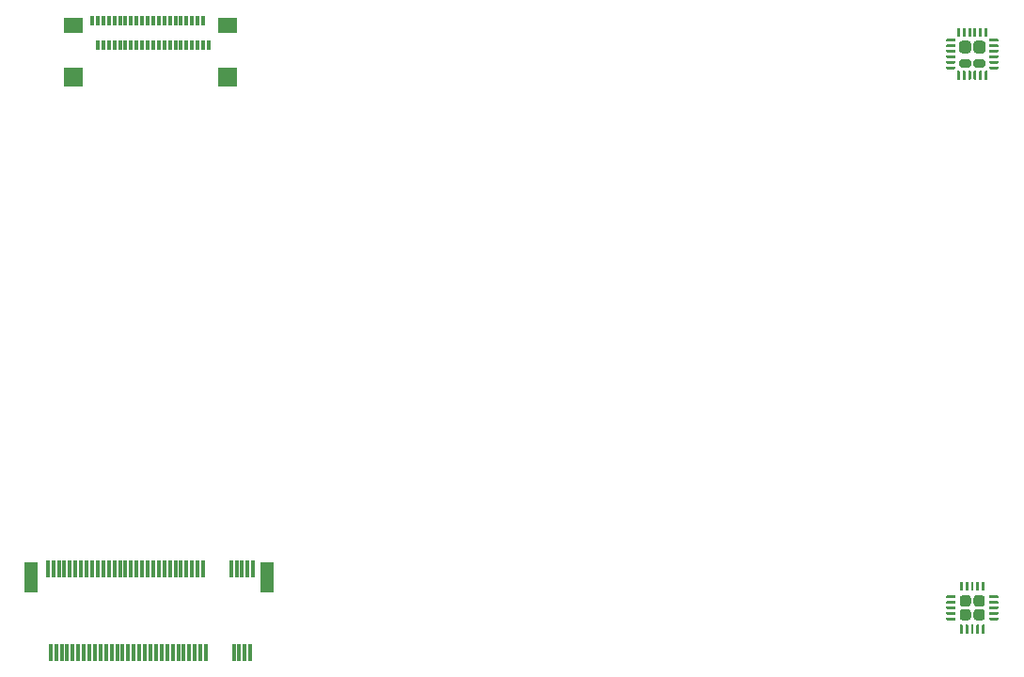
<source format=gbr>
%TF.GenerationSoftware,KiCad,Pcbnew,(5.1.10)-1*%
%TF.CreationDate,2021-08-10T11:04:12+01:00*%
%TF.ProjectId,ocux8stencil,6f637578-3873-4746-956e-63696c2e6b69,rev?*%
%TF.SameCoordinates,Original*%
%TF.FileFunction,Paste,Top*%
%TF.FilePolarity,Positive*%
%FSLAX46Y46*%
G04 Gerber Fmt 4.6, Leading zero omitted, Abs format (unit mm)*
G04 Created by KiCad (PCBNEW (5.1.10)-1) date 2021-08-10 11:04:12*
%MOMM*%
%LPD*%
G01*
G04 APERTURE LIST*
%ADD10R,1.200000X2.750000*%
%ADD11R,0.300000X1.550000*%
%ADD12R,1.810000X1.800000*%
%ADD13R,1.810000X1.380000*%
%ADD14R,0.310000X0.910000*%
G04 APERTURE END LIST*
D10*
%TO.C,J\u002A\u002A*%
X121500000Y-121223000D03*
X100250000Y-121223000D03*
D11*
X120250000Y-120448000D03*
X120000000Y-127998000D03*
X119750000Y-120448000D03*
X119500000Y-127998000D03*
X119250000Y-120448000D03*
X119000000Y-127998000D03*
X118750000Y-120448000D03*
X118500000Y-127998000D03*
X118250000Y-120448000D03*
X116000000Y-127998000D03*
X115750000Y-120448000D03*
X115500000Y-127998000D03*
X115250000Y-120448000D03*
X115000000Y-127998000D03*
X114750000Y-120448000D03*
X114500000Y-127998000D03*
X114250000Y-120448000D03*
X114000000Y-127998000D03*
X113750000Y-120448000D03*
X113500000Y-127998000D03*
X113250000Y-120448000D03*
X113000000Y-127998000D03*
X112750000Y-120448000D03*
X112500000Y-127998000D03*
X112250000Y-120448000D03*
X112000000Y-127998000D03*
X111750000Y-120448000D03*
X111500000Y-127998000D03*
X111250000Y-120448000D03*
X111000000Y-127998000D03*
X110750000Y-120448000D03*
X110500000Y-127998000D03*
X110250000Y-120448000D03*
X110000000Y-127998000D03*
X109750000Y-120448000D03*
X109500000Y-127998000D03*
X109250000Y-120448000D03*
X109000000Y-127998000D03*
X108750000Y-120448000D03*
X108500000Y-127998000D03*
X108250000Y-120448000D03*
X108000000Y-127998000D03*
X107750000Y-120448000D03*
X107500000Y-127998000D03*
X107250000Y-120448000D03*
X107000000Y-127998000D03*
X106750000Y-120448000D03*
X106500000Y-127998000D03*
X106250000Y-120448000D03*
X106000000Y-127998000D03*
X105750000Y-120448000D03*
X105500000Y-127998000D03*
X105250000Y-120448000D03*
X105000000Y-127998000D03*
X104750000Y-120448000D03*
X104500000Y-127998000D03*
X104250000Y-120448000D03*
X104000000Y-127998000D03*
X103750000Y-120448000D03*
X103500000Y-127998000D03*
X103250000Y-120448000D03*
X103000000Y-127998000D03*
X102750000Y-120448000D03*
X102500000Y-127998000D03*
X102250000Y-120448000D03*
X102000000Y-127998000D03*
X101750000Y-120448000D03*
%TD*%
%TO.C,REF\u002A\u002A*%
G36*
G01*
X185120000Y-124880001D02*
X185120000Y-124369999D01*
G75*
G02*
X185369999Y-124120000I249999J0D01*
G01*
X185880001Y-124120000D01*
G75*
G02*
X186130000Y-124369999I0J-249999D01*
G01*
X186130000Y-124880001D01*
G75*
G02*
X185880001Y-125130000I-249999J0D01*
G01*
X185369999Y-125130000D01*
G75*
G02*
X185120000Y-124880001I0J249999D01*
G01*
G37*
G36*
G01*
X185120000Y-123630001D02*
X185120000Y-123119999D01*
G75*
G02*
X185369999Y-122870000I249999J0D01*
G01*
X185880001Y-122870000D01*
G75*
G02*
X186130000Y-123119999I0J-249999D01*
G01*
X186130000Y-123630001D01*
G75*
G02*
X185880001Y-123880000I-249999J0D01*
G01*
X185369999Y-123880000D01*
G75*
G02*
X185120000Y-123630001I0J249999D01*
G01*
G37*
G36*
G01*
X183870000Y-124880001D02*
X183870000Y-124369999D01*
G75*
G02*
X184119999Y-124120000I249999J0D01*
G01*
X184630001Y-124120000D01*
G75*
G02*
X184880000Y-124369999I0J-249999D01*
G01*
X184880000Y-124880001D01*
G75*
G02*
X184630001Y-125130000I-249999J0D01*
G01*
X184119999Y-125130000D01*
G75*
G02*
X183870000Y-124880001I0J249999D01*
G01*
G37*
G36*
G01*
X183870000Y-123630001D02*
X183870000Y-123119999D01*
G75*
G02*
X184119999Y-122870000I249999J0D01*
G01*
X184630001Y-122870000D01*
G75*
G02*
X184880000Y-123119999I0J-249999D01*
G01*
X184880000Y-123630001D01*
G75*
G02*
X184630001Y-123880000I-249999J0D01*
G01*
X184119999Y-123880000D01*
G75*
G02*
X183870000Y-123630001I0J249999D01*
G01*
G37*
G36*
G01*
X183875000Y-122412500D02*
X183875000Y-121712500D01*
G75*
G02*
X183937500Y-121650000I62500J0D01*
G01*
X184062500Y-121650000D01*
G75*
G02*
X184125000Y-121712500I0J-62500D01*
G01*
X184125000Y-122412500D01*
G75*
G02*
X184062500Y-122475000I-62500J0D01*
G01*
X183937500Y-122475000D01*
G75*
G02*
X183875000Y-122412500I0J62500D01*
G01*
G37*
G36*
G01*
X184375000Y-122412500D02*
X184375000Y-121712500D01*
G75*
G02*
X184437500Y-121650000I62500J0D01*
G01*
X184562500Y-121650000D01*
G75*
G02*
X184625000Y-121712500I0J-62500D01*
G01*
X184625000Y-122412500D01*
G75*
G02*
X184562500Y-122475000I-62500J0D01*
G01*
X184437500Y-122475000D01*
G75*
G02*
X184375000Y-122412500I0J62500D01*
G01*
G37*
G36*
G01*
X184875000Y-122412500D02*
X184875000Y-121712500D01*
G75*
G02*
X184937500Y-121650000I62500J0D01*
G01*
X185062500Y-121650000D01*
G75*
G02*
X185125000Y-121712500I0J-62500D01*
G01*
X185125000Y-122412500D01*
G75*
G02*
X185062500Y-122475000I-62500J0D01*
G01*
X184937500Y-122475000D01*
G75*
G02*
X184875000Y-122412500I0J62500D01*
G01*
G37*
G36*
G01*
X185375000Y-122412500D02*
X185375000Y-121712500D01*
G75*
G02*
X185437500Y-121650000I62500J0D01*
G01*
X185562500Y-121650000D01*
G75*
G02*
X185625000Y-121712500I0J-62500D01*
G01*
X185625000Y-122412500D01*
G75*
G02*
X185562500Y-122475000I-62500J0D01*
G01*
X185437500Y-122475000D01*
G75*
G02*
X185375000Y-122412500I0J62500D01*
G01*
G37*
G36*
G01*
X185875000Y-122412500D02*
X185875000Y-121712500D01*
G75*
G02*
X185937500Y-121650000I62500J0D01*
G01*
X186062500Y-121650000D01*
G75*
G02*
X186125000Y-121712500I0J-62500D01*
G01*
X186125000Y-122412500D01*
G75*
G02*
X186062500Y-122475000I-62500J0D01*
G01*
X185937500Y-122475000D01*
G75*
G02*
X185875000Y-122412500I0J62500D01*
G01*
G37*
G36*
G01*
X186525000Y-123062500D02*
X186525000Y-122937500D01*
G75*
G02*
X186587500Y-122875000I62500J0D01*
G01*
X187287500Y-122875000D01*
G75*
G02*
X187350000Y-122937500I0J-62500D01*
G01*
X187350000Y-123062500D01*
G75*
G02*
X187287500Y-123125000I-62500J0D01*
G01*
X186587500Y-123125000D01*
G75*
G02*
X186525000Y-123062500I0J62500D01*
G01*
G37*
G36*
G01*
X186525000Y-123562500D02*
X186525000Y-123437500D01*
G75*
G02*
X186587500Y-123375000I62500J0D01*
G01*
X187287500Y-123375000D01*
G75*
G02*
X187350000Y-123437500I0J-62500D01*
G01*
X187350000Y-123562500D01*
G75*
G02*
X187287500Y-123625000I-62500J0D01*
G01*
X186587500Y-123625000D01*
G75*
G02*
X186525000Y-123562500I0J62500D01*
G01*
G37*
G36*
G01*
X186525000Y-124062500D02*
X186525000Y-123937500D01*
G75*
G02*
X186587500Y-123875000I62500J0D01*
G01*
X187287500Y-123875000D01*
G75*
G02*
X187350000Y-123937500I0J-62500D01*
G01*
X187350000Y-124062500D01*
G75*
G02*
X187287500Y-124125000I-62500J0D01*
G01*
X186587500Y-124125000D01*
G75*
G02*
X186525000Y-124062500I0J62500D01*
G01*
G37*
G36*
G01*
X186525000Y-124562500D02*
X186525000Y-124437500D01*
G75*
G02*
X186587500Y-124375000I62500J0D01*
G01*
X187287500Y-124375000D01*
G75*
G02*
X187350000Y-124437500I0J-62500D01*
G01*
X187350000Y-124562500D01*
G75*
G02*
X187287500Y-124625000I-62500J0D01*
G01*
X186587500Y-124625000D01*
G75*
G02*
X186525000Y-124562500I0J62500D01*
G01*
G37*
G36*
G01*
X186525000Y-125062500D02*
X186525000Y-124937500D01*
G75*
G02*
X186587500Y-124875000I62500J0D01*
G01*
X187287500Y-124875000D01*
G75*
G02*
X187350000Y-124937500I0J-62500D01*
G01*
X187350000Y-125062500D01*
G75*
G02*
X187287500Y-125125000I-62500J0D01*
G01*
X186587500Y-125125000D01*
G75*
G02*
X186525000Y-125062500I0J62500D01*
G01*
G37*
G36*
G01*
X185875000Y-126287500D02*
X185875000Y-125587500D01*
G75*
G02*
X185937500Y-125525000I62500J0D01*
G01*
X186062500Y-125525000D01*
G75*
G02*
X186125000Y-125587500I0J-62500D01*
G01*
X186125000Y-126287500D01*
G75*
G02*
X186062500Y-126350000I-62500J0D01*
G01*
X185937500Y-126350000D01*
G75*
G02*
X185875000Y-126287500I0J62500D01*
G01*
G37*
G36*
G01*
X185375000Y-126287500D02*
X185375000Y-125587500D01*
G75*
G02*
X185437500Y-125525000I62500J0D01*
G01*
X185562500Y-125525000D01*
G75*
G02*
X185625000Y-125587500I0J-62500D01*
G01*
X185625000Y-126287500D01*
G75*
G02*
X185562500Y-126350000I-62500J0D01*
G01*
X185437500Y-126350000D01*
G75*
G02*
X185375000Y-126287500I0J62500D01*
G01*
G37*
G36*
G01*
X184875000Y-126287500D02*
X184875000Y-125587500D01*
G75*
G02*
X184937500Y-125525000I62500J0D01*
G01*
X185062500Y-125525000D01*
G75*
G02*
X185125000Y-125587500I0J-62500D01*
G01*
X185125000Y-126287500D01*
G75*
G02*
X185062500Y-126350000I-62500J0D01*
G01*
X184937500Y-126350000D01*
G75*
G02*
X184875000Y-126287500I0J62500D01*
G01*
G37*
G36*
G01*
X184375000Y-126287500D02*
X184375000Y-125587500D01*
G75*
G02*
X184437500Y-125525000I62500J0D01*
G01*
X184562500Y-125525000D01*
G75*
G02*
X184625000Y-125587500I0J-62500D01*
G01*
X184625000Y-126287500D01*
G75*
G02*
X184562500Y-126350000I-62500J0D01*
G01*
X184437500Y-126350000D01*
G75*
G02*
X184375000Y-126287500I0J62500D01*
G01*
G37*
G36*
G01*
X183875000Y-126287500D02*
X183875000Y-125587500D01*
G75*
G02*
X183937500Y-125525000I62500J0D01*
G01*
X184062500Y-125525000D01*
G75*
G02*
X184125000Y-125587500I0J-62500D01*
G01*
X184125000Y-126287500D01*
G75*
G02*
X184062500Y-126350000I-62500J0D01*
G01*
X183937500Y-126350000D01*
G75*
G02*
X183875000Y-126287500I0J62500D01*
G01*
G37*
G36*
G01*
X182650000Y-125062500D02*
X182650000Y-124937500D01*
G75*
G02*
X182712500Y-124875000I62500J0D01*
G01*
X183412500Y-124875000D01*
G75*
G02*
X183475000Y-124937500I0J-62500D01*
G01*
X183475000Y-125062500D01*
G75*
G02*
X183412500Y-125125000I-62500J0D01*
G01*
X182712500Y-125125000D01*
G75*
G02*
X182650000Y-125062500I0J62500D01*
G01*
G37*
G36*
G01*
X182650000Y-124562500D02*
X182650000Y-124437500D01*
G75*
G02*
X182712500Y-124375000I62500J0D01*
G01*
X183412500Y-124375000D01*
G75*
G02*
X183475000Y-124437500I0J-62500D01*
G01*
X183475000Y-124562500D01*
G75*
G02*
X183412500Y-124625000I-62500J0D01*
G01*
X182712500Y-124625000D01*
G75*
G02*
X182650000Y-124562500I0J62500D01*
G01*
G37*
G36*
G01*
X182650000Y-124062500D02*
X182650000Y-123937500D01*
G75*
G02*
X182712500Y-123875000I62500J0D01*
G01*
X183412500Y-123875000D01*
G75*
G02*
X183475000Y-123937500I0J-62500D01*
G01*
X183475000Y-124062500D01*
G75*
G02*
X183412500Y-124125000I-62500J0D01*
G01*
X182712500Y-124125000D01*
G75*
G02*
X182650000Y-124062500I0J62500D01*
G01*
G37*
G36*
G01*
X182650000Y-123562500D02*
X182650000Y-123437500D01*
G75*
G02*
X182712500Y-123375000I62500J0D01*
G01*
X183412500Y-123375000D01*
G75*
G02*
X183475000Y-123437500I0J-62500D01*
G01*
X183475000Y-123562500D01*
G75*
G02*
X183412500Y-123625000I-62500J0D01*
G01*
X182712500Y-123625000D01*
G75*
G02*
X182650000Y-123562500I0J62500D01*
G01*
G37*
G36*
G01*
X182650000Y-123062500D02*
X182650000Y-122937500D01*
G75*
G02*
X182712500Y-122875000I62500J0D01*
G01*
X183412500Y-122875000D01*
G75*
G02*
X183475000Y-122937500I0J-62500D01*
G01*
X183475000Y-123062500D01*
G75*
G02*
X183412500Y-123125000I-62500J0D01*
G01*
X182712500Y-123125000D01*
G75*
G02*
X182650000Y-123062500I0J62500D01*
G01*
G37*
%TD*%
%TO.C,REF\u002A\u002A*%
G36*
G01*
X183625000Y-72537500D02*
X183625000Y-71837500D01*
G75*
G02*
X183687500Y-71775000I62500J0D01*
G01*
X183812500Y-71775000D01*
G75*
G02*
X183875000Y-71837500I0J-62500D01*
G01*
X183875000Y-72537500D01*
G75*
G02*
X183812500Y-72600000I-62500J0D01*
G01*
X183687500Y-72600000D01*
G75*
G02*
X183625000Y-72537500I0J62500D01*
G01*
G37*
G36*
G01*
X184125000Y-72537500D02*
X184125000Y-71837500D01*
G75*
G02*
X184187500Y-71775000I62500J0D01*
G01*
X184312500Y-71775000D01*
G75*
G02*
X184375000Y-71837500I0J-62500D01*
G01*
X184375000Y-72537500D01*
G75*
G02*
X184312500Y-72600000I-62500J0D01*
G01*
X184187500Y-72600000D01*
G75*
G02*
X184125000Y-72537500I0J62500D01*
G01*
G37*
G36*
G01*
X184625000Y-72537500D02*
X184625000Y-71837500D01*
G75*
G02*
X184687500Y-71775000I62500J0D01*
G01*
X184812500Y-71775000D01*
G75*
G02*
X184875000Y-71837500I0J-62500D01*
G01*
X184875000Y-72537500D01*
G75*
G02*
X184812500Y-72600000I-62500J0D01*
G01*
X184687500Y-72600000D01*
G75*
G02*
X184625000Y-72537500I0J62500D01*
G01*
G37*
G36*
G01*
X185125000Y-72537500D02*
X185125000Y-71837500D01*
G75*
G02*
X185187500Y-71775000I62500J0D01*
G01*
X185312500Y-71775000D01*
G75*
G02*
X185375000Y-71837500I0J-62500D01*
G01*
X185375000Y-72537500D01*
G75*
G02*
X185312500Y-72600000I-62500J0D01*
G01*
X185187500Y-72600000D01*
G75*
G02*
X185125000Y-72537500I0J62500D01*
G01*
G37*
G36*
G01*
X185625000Y-72537500D02*
X185625000Y-71837500D01*
G75*
G02*
X185687500Y-71775000I62500J0D01*
G01*
X185812500Y-71775000D01*
G75*
G02*
X185875000Y-71837500I0J-62500D01*
G01*
X185875000Y-72537500D01*
G75*
G02*
X185812500Y-72600000I-62500J0D01*
G01*
X185687500Y-72600000D01*
G75*
G02*
X185625000Y-72537500I0J62500D01*
G01*
G37*
G36*
G01*
X186125000Y-72537500D02*
X186125000Y-71837500D01*
G75*
G02*
X186187500Y-71775000I62500J0D01*
G01*
X186312500Y-71775000D01*
G75*
G02*
X186375000Y-71837500I0J-62500D01*
G01*
X186375000Y-72537500D01*
G75*
G02*
X186312500Y-72600000I-62500J0D01*
G01*
X186187500Y-72600000D01*
G75*
G02*
X186125000Y-72537500I0J62500D01*
G01*
G37*
G36*
G01*
X186525000Y-72937500D02*
X186525000Y-72812500D01*
G75*
G02*
X186587500Y-72750000I62500J0D01*
G01*
X187287500Y-72750000D01*
G75*
G02*
X187350000Y-72812500I0J-62500D01*
G01*
X187350000Y-72937500D01*
G75*
G02*
X187287500Y-73000000I-62500J0D01*
G01*
X186587500Y-73000000D01*
G75*
G02*
X186525000Y-72937500I0J62500D01*
G01*
G37*
G36*
G01*
X186525000Y-73437500D02*
X186525000Y-73312500D01*
G75*
G02*
X186587500Y-73250000I62500J0D01*
G01*
X187287500Y-73250000D01*
G75*
G02*
X187350000Y-73312500I0J-62500D01*
G01*
X187350000Y-73437500D01*
G75*
G02*
X187287500Y-73500000I-62500J0D01*
G01*
X186587500Y-73500000D01*
G75*
G02*
X186525000Y-73437500I0J62500D01*
G01*
G37*
G36*
G01*
X186525000Y-73937500D02*
X186525000Y-73812500D01*
G75*
G02*
X186587500Y-73750000I62500J0D01*
G01*
X187287500Y-73750000D01*
G75*
G02*
X187350000Y-73812500I0J-62500D01*
G01*
X187350000Y-73937500D01*
G75*
G02*
X187287500Y-74000000I-62500J0D01*
G01*
X186587500Y-74000000D01*
G75*
G02*
X186525000Y-73937500I0J62500D01*
G01*
G37*
G36*
G01*
X186525000Y-74437500D02*
X186525000Y-74312500D01*
G75*
G02*
X186587500Y-74250000I62500J0D01*
G01*
X187287500Y-74250000D01*
G75*
G02*
X187350000Y-74312500I0J-62500D01*
G01*
X187350000Y-74437500D01*
G75*
G02*
X187287500Y-74500000I-62500J0D01*
G01*
X186587500Y-74500000D01*
G75*
G02*
X186525000Y-74437500I0J62500D01*
G01*
G37*
G36*
G01*
X186525000Y-74937500D02*
X186525000Y-74812500D01*
G75*
G02*
X186587500Y-74750000I62500J0D01*
G01*
X187287500Y-74750000D01*
G75*
G02*
X187350000Y-74812500I0J-62500D01*
G01*
X187350000Y-74937500D01*
G75*
G02*
X187287500Y-75000000I-62500J0D01*
G01*
X186587500Y-75000000D01*
G75*
G02*
X186525000Y-74937500I0J62500D01*
G01*
G37*
G36*
G01*
X186525000Y-75437500D02*
X186525000Y-75312500D01*
G75*
G02*
X186587500Y-75250000I62500J0D01*
G01*
X187287500Y-75250000D01*
G75*
G02*
X187350000Y-75312500I0J-62500D01*
G01*
X187350000Y-75437500D01*
G75*
G02*
X187287500Y-75500000I-62500J0D01*
G01*
X186587500Y-75500000D01*
G75*
G02*
X186525000Y-75437500I0J62500D01*
G01*
G37*
G36*
G01*
X186125000Y-76412500D02*
X186125000Y-75712500D01*
G75*
G02*
X186187500Y-75650000I62500J0D01*
G01*
X186312500Y-75650000D01*
G75*
G02*
X186375000Y-75712500I0J-62500D01*
G01*
X186375000Y-76412500D01*
G75*
G02*
X186312500Y-76475000I-62500J0D01*
G01*
X186187500Y-76475000D01*
G75*
G02*
X186125000Y-76412500I0J62500D01*
G01*
G37*
G36*
G01*
X185625000Y-76412500D02*
X185625000Y-75712500D01*
G75*
G02*
X185687500Y-75650000I62500J0D01*
G01*
X185812500Y-75650000D01*
G75*
G02*
X185875000Y-75712500I0J-62500D01*
G01*
X185875000Y-76412500D01*
G75*
G02*
X185812500Y-76475000I-62500J0D01*
G01*
X185687500Y-76475000D01*
G75*
G02*
X185625000Y-76412500I0J62500D01*
G01*
G37*
G36*
G01*
X185125000Y-76412500D02*
X185125000Y-75712500D01*
G75*
G02*
X185187500Y-75650000I62500J0D01*
G01*
X185312500Y-75650000D01*
G75*
G02*
X185375000Y-75712500I0J-62500D01*
G01*
X185375000Y-76412500D01*
G75*
G02*
X185312500Y-76475000I-62500J0D01*
G01*
X185187500Y-76475000D01*
G75*
G02*
X185125000Y-76412500I0J62500D01*
G01*
G37*
G36*
G01*
X184625000Y-76412500D02*
X184625000Y-75712500D01*
G75*
G02*
X184687500Y-75650000I62500J0D01*
G01*
X184812500Y-75650000D01*
G75*
G02*
X184875000Y-75712500I0J-62500D01*
G01*
X184875000Y-76412500D01*
G75*
G02*
X184812500Y-76475000I-62500J0D01*
G01*
X184687500Y-76475000D01*
G75*
G02*
X184625000Y-76412500I0J62500D01*
G01*
G37*
G36*
G01*
X184125000Y-76412500D02*
X184125000Y-75712500D01*
G75*
G02*
X184187500Y-75650000I62500J0D01*
G01*
X184312500Y-75650000D01*
G75*
G02*
X184375000Y-75712500I0J-62500D01*
G01*
X184375000Y-76412500D01*
G75*
G02*
X184312500Y-76475000I-62500J0D01*
G01*
X184187500Y-76475000D01*
G75*
G02*
X184125000Y-76412500I0J62500D01*
G01*
G37*
G36*
G01*
X183625000Y-76412500D02*
X183625000Y-75712500D01*
G75*
G02*
X183687500Y-75650000I62500J0D01*
G01*
X183812500Y-75650000D01*
G75*
G02*
X183875000Y-75712500I0J-62500D01*
G01*
X183875000Y-76412500D01*
G75*
G02*
X183812500Y-76475000I-62500J0D01*
G01*
X183687500Y-76475000D01*
G75*
G02*
X183625000Y-76412500I0J62500D01*
G01*
G37*
G36*
G01*
X182650000Y-75437500D02*
X182650000Y-75312500D01*
G75*
G02*
X182712500Y-75250000I62500J0D01*
G01*
X183412500Y-75250000D01*
G75*
G02*
X183475000Y-75312500I0J-62500D01*
G01*
X183475000Y-75437500D01*
G75*
G02*
X183412500Y-75500000I-62500J0D01*
G01*
X182712500Y-75500000D01*
G75*
G02*
X182650000Y-75437500I0J62500D01*
G01*
G37*
G36*
G01*
X182650000Y-74937500D02*
X182650000Y-74812500D01*
G75*
G02*
X182712500Y-74750000I62500J0D01*
G01*
X183412500Y-74750000D01*
G75*
G02*
X183475000Y-74812500I0J-62500D01*
G01*
X183475000Y-74937500D01*
G75*
G02*
X183412500Y-75000000I-62500J0D01*
G01*
X182712500Y-75000000D01*
G75*
G02*
X182650000Y-74937500I0J62500D01*
G01*
G37*
G36*
G01*
X182650000Y-74437500D02*
X182650000Y-74312500D01*
G75*
G02*
X182712500Y-74250000I62500J0D01*
G01*
X183412500Y-74250000D01*
G75*
G02*
X183475000Y-74312500I0J-62500D01*
G01*
X183475000Y-74437500D01*
G75*
G02*
X183412500Y-74500000I-62500J0D01*
G01*
X182712500Y-74500000D01*
G75*
G02*
X182650000Y-74437500I0J62500D01*
G01*
G37*
G36*
G01*
X182650000Y-73937500D02*
X182650000Y-73812500D01*
G75*
G02*
X182712500Y-73750000I62500J0D01*
G01*
X183412500Y-73750000D01*
G75*
G02*
X183475000Y-73812500I0J-62500D01*
G01*
X183475000Y-73937500D01*
G75*
G02*
X183412500Y-74000000I-62500J0D01*
G01*
X182712500Y-74000000D01*
G75*
G02*
X182650000Y-73937500I0J62500D01*
G01*
G37*
G36*
G01*
X182650000Y-73437500D02*
X182650000Y-73312500D01*
G75*
G02*
X182712500Y-73250000I62500J0D01*
G01*
X183412500Y-73250000D01*
G75*
G02*
X183475000Y-73312500I0J-62500D01*
G01*
X183475000Y-73437500D01*
G75*
G02*
X183412500Y-73500000I-62500J0D01*
G01*
X182712500Y-73500000D01*
G75*
G02*
X182650000Y-73437500I0J62500D01*
G01*
G37*
G36*
G01*
X182650000Y-72937500D02*
X182650000Y-72812500D01*
G75*
G02*
X182712500Y-72750000I62500J0D01*
G01*
X183412500Y-72750000D01*
G75*
G02*
X183475000Y-72812500I0J-62500D01*
G01*
X183475000Y-72937500D01*
G75*
G02*
X183412500Y-73000000I-62500J0D01*
G01*
X182712500Y-73000000D01*
G75*
G02*
X182650000Y-72937500I0J62500D01*
G01*
G37*
G36*
G01*
X183825000Y-73812500D02*
X183825000Y-73187500D01*
G75*
G02*
X184087500Y-72925000I262500J0D01*
G01*
X184612500Y-72925000D01*
G75*
G02*
X184875000Y-73187500I0J-262500D01*
G01*
X184875000Y-73812500D01*
G75*
G02*
X184612500Y-74075000I-262500J0D01*
G01*
X184087500Y-74075000D01*
G75*
G02*
X183825000Y-73812500I0J262500D01*
G01*
G37*
G36*
G01*
X185125000Y-73812500D02*
X185125000Y-73187500D01*
G75*
G02*
X185387500Y-72925000I262500J0D01*
G01*
X185912500Y-72925000D01*
G75*
G02*
X186175000Y-73187500I0J-262500D01*
G01*
X186175000Y-73812500D01*
G75*
G02*
X185912500Y-74075000I-262500J0D01*
G01*
X185387500Y-74075000D01*
G75*
G02*
X185125000Y-73812500I0J262500D01*
G01*
G37*
G36*
G01*
X185125000Y-75150000D02*
X185125000Y-74800000D01*
G75*
G02*
X185300000Y-74625000I175000J0D01*
G01*
X186000000Y-74625000D01*
G75*
G02*
X186175000Y-74800000I0J-175000D01*
G01*
X186175000Y-75150000D01*
G75*
G02*
X186000000Y-75325000I-175000J0D01*
G01*
X185300000Y-75325000D01*
G75*
G02*
X185125000Y-75150000I0J175000D01*
G01*
G37*
G36*
G01*
X183825000Y-75150000D02*
X183825000Y-74800000D01*
G75*
G02*
X184000000Y-74625000I175000J0D01*
G01*
X184700000Y-74625000D01*
G75*
G02*
X184875000Y-74800000I0J-175000D01*
G01*
X184875000Y-75150000D01*
G75*
G02*
X184700000Y-75325000I-175000J0D01*
G01*
X184000000Y-75325000D01*
G75*
G02*
X183825000Y-75150000I0J175000D01*
G01*
G37*
%TD*%
D12*
%TO.C,REF\u002A\u002A*%
X104090000Y-76240000D03*
X117910000Y-76240000D03*
D13*
X104090000Y-71520000D03*
X117910000Y-71520000D03*
D14*
X106250000Y-73320000D03*
X106750000Y-73320000D03*
X107250000Y-73320000D03*
X107750000Y-73320000D03*
X108250000Y-73320000D03*
X108750000Y-73320000D03*
X109250000Y-73320000D03*
X109750000Y-73320000D03*
X110250000Y-73320000D03*
X110750000Y-73320000D03*
X111250000Y-73320000D03*
X111750000Y-73320000D03*
X112250000Y-73320000D03*
X112750000Y-73320000D03*
X113250000Y-73320000D03*
X113750000Y-73320000D03*
X114250000Y-73320000D03*
X114750000Y-73320000D03*
X115250000Y-73320000D03*
X115750000Y-73320000D03*
X116250000Y-73320000D03*
X105750000Y-71130000D03*
X106250000Y-71130000D03*
X106750000Y-71130000D03*
X107250000Y-71130000D03*
X107750000Y-71130000D03*
X108250000Y-71130000D03*
X108750000Y-71130000D03*
X109250000Y-71130000D03*
X109750000Y-71130000D03*
X110250000Y-71130000D03*
X110750000Y-71130000D03*
X111250000Y-71130000D03*
X111750000Y-71130000D03*
X112250000Y-71130000D03*
X112750000Y-71130000D03*
X113250000Y-71130000D03*
X113750000Y-71130000D03*
X114250000Y-71130000D03*
X114750000Y-71130000D03*
X115250000Y-71130000D03*
X115750000Y-71130000D03*
%TD*%
M02*

</source>
